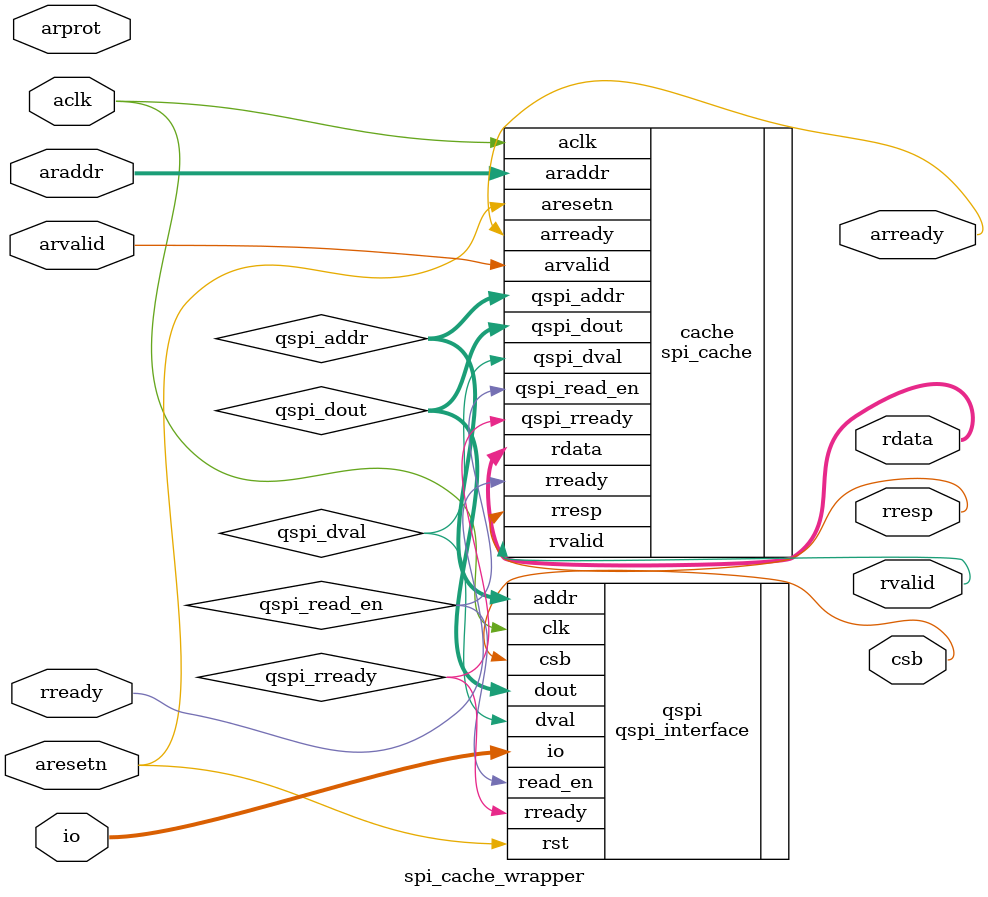
<source format=sv>
module spi_cache_wrapper (
    input logic aclk,
    input logic aresetn,
    input logic arvalid,
    output logic arready,
    input logic [31:0] araddr,
    input logic [2:0] arprot,
    output logic rvalid,
    input logic rready,
    output logic [31:0] rdata,
    output logic rresp,  // TODO: set bit width of this signal

    inout [3:0] io,
    output logic csb
);

  logic [23:0] qspi_addr;
  logic qspi_read_en;
  logic [31:0] qspi_dout;
  logic qspi_dval;
  logic qspi_rready;

  spi_cache cache (
      .aclk(aclk),
      .aresetn(aresetn),
      .arvalid(arvalid),
      .arready(arready),
      .araddr(araddr),
      .rvalid(rvalid),
      .rready(rready),
      .rdata(rdata),
      .rresp(rresp),  // TODO: set bit width of this signal
      .qspi_addr(qspi_addr),
      .qspi_read_en(qspi_read_en),
      .qspi_dout(qspi_dout),
      .qspi_dval(qspi_dval),
      .qspi_rready(qspi_rready)
  );

  qspi_interface qspi (
      .clk(aclk),
      .rst(aresetn),
      .addr(qspi_addr),
      .read_en(qspi_read_en),
      .dout(qspi_dout),
      .dval(qspi_dval),
      .rready(qspi_rready),
      .io(io),
      .csb(csb)
  );

endmodule

</source>
